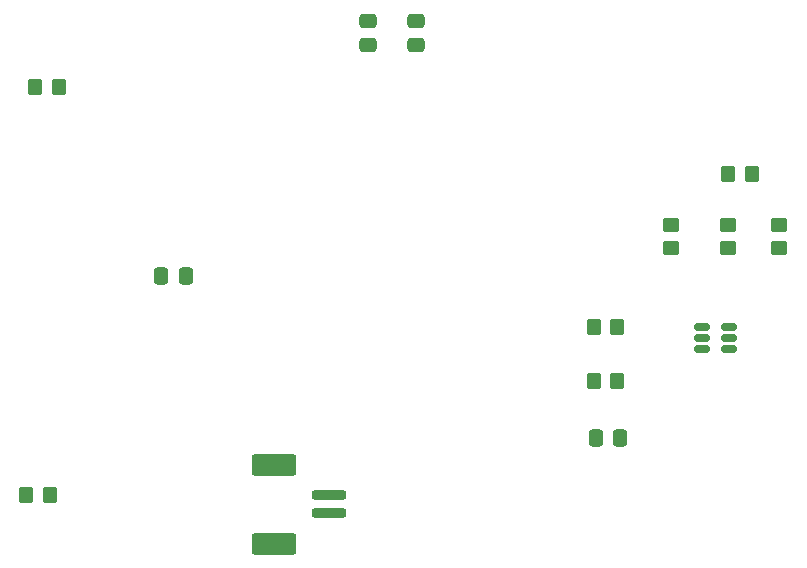
<source format=gbr>
%TF.GenerationSoftware,KiCad,Pcbnew,7.0.9*%
%TF.CreationDate,2024-02-01T23:09:16-08:00*%
%TF.ProjectId,Sensing Device,53656e73-696e-4672-9044-65766963652e,rev?*%
%TF.SameCoordinates,Original*%
%TF.FileFunction,Paste,Top*%
%TF.FilePolarity,Positive*%
%FSLAX46Y46*%
G04 Gerber Fmt 4.6, Leading zero omitted, Abs format (unit mm)*
G04 Created by KiCad (PCBNEW 7.0.9) date 2024-02-01 23:09:16*
%MOMM*%
%LPD*%
G01*
G04 APERTURE LIST*
G04 Aperture macros list*
%AMRoundRect*
0 Rectangle with rounded corners*
0 $1 Rounding radius*
0 $2 $3 $4 $5 $6 $7 $8 $9 X,Y pos of 4 corners*
0 Add a 4 corners polygon primitive as box body*
4,1,4,$2,$3,$4,$5,$6,$7,$8,$9,$2,$3,0*
0 Add four circle primitives for the rounded corners*
1,1,$1+$1,$2,$3*
1,1,$1+$1,$4,$5*
1,1,$1+$1,$6,$7*
1,1,$1+$1,$8,$9*
0 Add four rect primitives between the rounded corners*
20,1,$1+$1,$2,$3,$4,$5,0*
20,1,$1+$1,$4,$5,$6,$7,0*
20,1,$1+$1,$6,$7,$8,$9,0*
20,1,$1+$1,$8,$9,$2,$3,0*%
G04 Aperture macros list end*
%ADD10RoundRect,0.250000X0.337500X0.475000X-0.337500X0.475000X-0.337500X-0.475000X0.337500X-0.475000X0*%
%ADD11RoundRect,0.150000X-0.512500X-0.150000X0.512500X-0.150000X0.512500X0.150000X-0.512500X0.150000X0*%
%ADD12RoundRect,0.250000X-0.350000X-0.450000X0.350000X-0.450000X0.350000X0.450000X-0.350000X0.450000X0*%
%ADD13RoundRect,0.250000X0.450000X-0.350000X0.450000X0.350000X-0.450000X0.350000X-0.450000X-0.350000X0*%
%ADD14RoundRect,0.250000X0.475000X-0.337500X0.475000X0.337500X-0.475000X0.337500X-0.475000X-0.337500X0*%
%ADD15RoundRect,0.250000X-1.650000X0.650000X-1.650000X-0.650000X1.650000X-0.650000X1.650000X0.650000X0*%
%ADD16RoundRect,0.200000X-1.250000X0.200000X-1.250000X-0.200000X1.250000X-0.200000X1.250000X0.200000X0*%
%ADD17RoundRect,0.250000X-0.450000X0.350000X-0.450000X-0.350000X0.450000X-0.350000X0.450000X0.350000X0*%
%ADD18RoundRect,0.250000X0.350000X0.450000X-0.350000X0.450000X-0.350000X-0.450000X0.350000X-0.450000X0*%
G04 APERTURE END LIST*
D10*
%TO.C,C4*%
X85133000Y-64770000D03*
X83058000Y-64770000D03*
%TD*%
D11*
%TO.C,U2*%
X128862500Y-69050000D03*
X128862500Y-70000000D03*
X128862500Y-70950000D03*
X131137500Y-70950000D03*
X131137500Y-70000000D03*
X131137500Y-69050000D03*
%TD*%
D12*
%TO.C,R7*%
X121666000Y-69088000D03*
X119666000Y-69088000D03*
%TD*%
D13*
%TO.C,R5*%
X135382000Y-62415400D03*
X135382000Y-60415400D03*
%TD*%
D14*
%TO.C,C3*%
X100584000Y-45212000D03*
X100584000Y-43137000D03*
%TD*%
D15*
%TO.C,BT1*%
X92582000Y-87436000D03*
X92582000Y-80736000D03*
D16*
X97282000Y-84836000D03*
X97282000Y-83336000D03*
%TD*%
D12*
%TO.C,R8*%
X121666000Y-73660000D03*
X119666000Y-73660000D03*
%TD*%
D17*
%TO.C,R3*%
X126238000Y-60415400D03*
X126238000Y-62415400D03*
%TD*%
D12*
%TO.C,R1*%
X71628000Y-83312000D03*
X73628000Y-83312000D03*
%TD*%
D10*
%TO.C,C1*%
X119845000Y-78486000D03*
X121920000Y-78486000D03*
%TD*%
D18*
%TO.C,R6*%
X131080000Y-56134000D03*
X133080000Y-56134000D03*
%TD*%
D12*
%TO.C,R2*%
X72390000Y-48768000D03*
X74390000Y-48768000D03*
%TD*%
D13*
%TO.C,R4*%
X131064000Y-62415400D03*
X131064000Y-60415400D03*
%TD*%
D14*
%TO.C,C2*%
X104648000Y-43137000D03*
X104648000Y-45212000D03*
%TD*%
M02*

</source>
